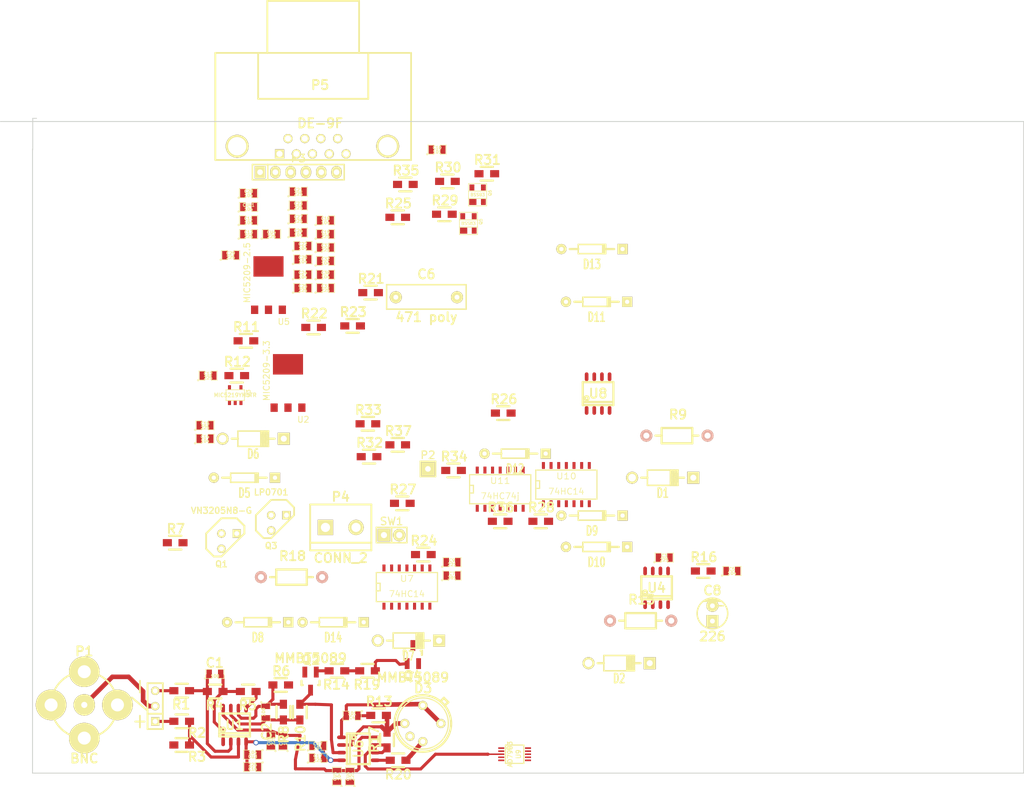
<source format=kicad_pcb>
(kicad_pcb (version 20221018) (generator pcbnew)
  (title_block (date "15 nov 2012"))
  (layers (0 "F.Cu" signal) (31 "B.Cu" signal) (34 "B.Paste" user) (35 "F.Paste" user) (36 "B.SilkS" user) (37 "F.SilkS" user) (38 "B.Mask" user) (39 "F.Mask" user) (44 "Edge.Cuts" user))
  (net 0 "")
  (net 1 "Net-(C1-Pad1)")
  (net 2 "Net-(C1-Pad2)")
  (net 3 "Net-(C2-Pad1)")
  (net 4 "Net-(C2-Pad2)")
  (net 5 "GND")
  (net 6 "Net-(C3-Pad2)")
  (net 7 "Net-(C4-Pad1)")
  (net 8 "Net-(C4-Pad2)")
  (net 9 "Net-(C5-Pad1)")
  (net 10 "Net-(C6-Pad1)")
  (net 11 "Net-(C7-Pad2)")
  (net 12 "/REF45")
  (net 13 "Net-(C9-Pad1)")
  (net 14 "Net-(C9-Pad2)")
  (net 15 "Net-(C10-Pad2)")
  (net 16 "+5.25V")
  (net 17 "Net-(C12-Pad2)")
  (net 18 "-0.5V")
  (net 19 "-0.25V")
  (net 20 "+3.3V")
  (net 21 "+2.5V")
  (net 22 "Net-(D1-Pad2)")
  (net 23 "Net-(D3-Pad2)")
  (net 24 "Net-(D3-Pad5)")
  (net 25 "Net-(D3-Pad4)")
  (net 26 "Net-(D5-Pad1)")
  (net 27 "Net-(D5-Pad2)")
  (net 28 "/BATT+")
  (net 29 "Net-(D9-Pad1)")
  (net 30 "Net-(D10-Pad1)")
  (net 31 "Net-(D11-Pad1)")
  (net 32 "/X")
  (net 33 "Net-(D12-Pad1)")
  (net 34 "Net-(D13-Pad1)")
  (net 35 "Net-(D14-Pad1)")
  (net 36 "Net-(K1-Pad1)")
  (net 37 "Net-(K1-Pad2)")
  (net 38 "Net-(K1-Pad3)")
  (net 39 "/TEST")
  (net 40 "/SDO")
  (net 41 "/SCLK")
  (net 42 "/~{CE}")
  (net 43 "/~{REQ}")
  (net 44 "/BATT--")
  (net 45 "Net-(Q1-PadG)")
  (net 46 "Net-(Q5-Pad1)")
  (net 47 "Net-(Q5-Pad3)")
  (net 48 "Net-(Q5-Pad4)")
  (net 49 "Net-(Q6-Pad1)")
  (net 50 "Net-(R2-Pad1)")
  (net 51 "Net-(R5-Pad1)")
  (net 52 "Net-(R17-Pad1)")
  (net 53 "Net-(R22-Pad2)")
  (net 54 "Net-(R26-Pad1)")
  (net 55 "Net-(R27-Pad1)")
  (net 56 "Net-(R27-Pad2)")
  (net 57 "Net-(R28-Pad1)")
  (net 58 "Net-(R28-Pad2)")
  (net 59 "Net-(U3-Pad1)")
  (net 60 "Net-(U4-Pad1)")
  (net 61 "/TEMP")
  (net 62 "Net-(U4-Pad7)")
  (net 63 "Net-(U4-Pad8)")
  (net 64 "Net-(U7-Pad2)")
  (net 65 "Net-(U7-Pad4)")
  (net 66 "Net-(U7-Pad6)")
  (net 67 "Net-(U10-Pad3)")
  (net 68 "Net-(U8-Pad5)")
  (net 69 "Net-(U10-Pad1)")
  (net 70 "Net-(U10-Pad11)")
  (net 71 "Net-(U10-Pad10)")
  (net 72 "Net-(U11-Pad5)")
  (net 73 "Net-(U11-Pad6)")
  (net 74 "Net-(Q2-PadB)")
  (net 75 "Net-(Q2-PadC)")
  (net 76 "Net-(Q4-PadB)")
  (net 77 "Net-(Q4-PadC)")
  (footprint "SMD_Packages:SM0805" (layer "F.Cu") (at 163.1315 186.055)
    (fp_text reference "C1")
    (fp_text value "100")
  )
  (footprint "SMD_Packages:SM0805" (layer "F.Cu") (at 171.577 192.405 -90)
    (fp_text reference "C2")
    (fp_text value "100")
  )
  (footprint "SMD_Packages:SM0805" (layer "F.Cu") (at 237.744 166.751)
    (fp_text reference "C3")
    (fp_text value "225")
  )
  (footprint "SMD_Packages:SM0805" (layer "F.Cu") (at 185.9 193 180)
    (fp_text reference "C4")
    (fp_text value "101")
  )
  (footprint "SMD_Packages:SM0805" (layer "F.Cu") (at 248.9835 168.9735)
    (fp_text reference "C5")
    (fp_text value "104")
  )
  (footprint "Capacitors_ThroughHole:Capacitor13x4RM10" (layer "F.Cu") (at 198.247 123.5075)
    (fp_text reference "C6")
    (fp_text value "471 poly")
  )
  (footprint "SMD_Packages:SM0805" (layer "F.Cu") (at 202.5015 169.7355)
    (fp_text reference "C7")
    (fp_text value "391")
  )
  (footprint "Capacitors:CP_5x6mm" (layer "F.Cu") (at 245.745 176.022)
    (fp_text reference "C8")
    (fp_text value "226")
  )
  (footprint "SMD_Packages:SM0805" (layer "F.Cu") (at 202.5015 167.513)
    (fp_text reference "C9")
    (fp_text value "221")
  )
  (footprint "SMD_Packages:SM0805" (layer "F.Cu") (at 200.025 98.9965)
    (fp_text reference "C10")
    (fp_text value "101")
  )
  (footprint "SMD_Packages:SM0805" (layer "F.Cu") (at 168.7195 110.744)
    (fp_text reference "C11")
    (fp_text value "104")
  )
  (footprint "SMD_Packages:SM0805" (layer "F.Cu") (at 161.9885 136.525)
    (fp_text reference "C12")
    (fp_text value "225")
  )
  (footprint "SMD_Packages:SM0805" (layer "F.Cu") (at 168.7195 113.03)
    (fp_text reference "C13")
    (fp_text value "225")
  )
  (footprint "SMD_Packages:SM0805" (layer "F.Cu") (at 161.4805 147.0025)
    (fp_text reference "C14")
    (fp_text value "104")
  )
  (footprint "SMD_Packages:SM0805" (layer "F.Cu") (at 161.4805 144.78)
    (fp_text reference "C15")
    (fp_text value "225")
  )
  (footprint "SMD_Packages:SM0805" (layer "F.Cu") (at 169.4 201.525 180)
    (fp_text reference "C16")
    (fp_text value "225")
  )
  (footprint "SMD_Packages:SM0805" (layer "F.Cu") (at 180.213 200.025)
    (fp_text reference "C17")
    (fp_text value "225")
  )
  (footprint "SMD_Packages:SM0805" (layer "F.Cu") (at 181.483 110.744)
    (fp_text reference "C18")
    (fp_text value "104")
  )
  (footprint "SMD_Packages:SM0805" (layer "F.Cu") (at 181.483 113.03)
    (fp_text reference "C19")
    (fp_text value "225")
  )
  (footprint "SMD_Packages:SM0805" (layer "F.Cu") (at 177.7365 117.221)
    (fp_text reference "C20")
    (fp_text value "104")
  )
  (footprint "SMD_Packages:SM0805" (layer "F.Cu") (at 176.9745 105.9815)
    (fp_text reference "C21")
    (fp_text value "225")
  )
  (footprint "SMD_Packages:SM0805" (layer "F.Cu") (at 177.7365 114.9985)
    (fp_text reference "C22")
    (fp_text value "104")
  )
  (footprint "SMD_Packages:SM0805" (layer "F.Cu") (at 176.9745 108.2675)
    (fp_text reference "C23")
    (fp_text value "225")
  )
  (footprint "SMD_Packages:SM0805" (layer "F.Cu") (at 177.7365 119.761)
    (fp_text reference "C24")
    (fp_text value "104")
  )
  (footprint "SMD_Packages:SM0805" (layer "F.Cu") (at 177.7365 121.9835)
    (fp_text reference "C25")
    (fp_text value "225")
  )
  (footprint "SMD_Packages:SM0805" (layer "F.Cu") (at 176.9745 112.776)
    (fp_text reference "C26")
    (fp_text value "104")
  )
  (footprint "SMD_Packages:SM0805" (layer "F.Cu") (at 176.9745 110.49)
    (fp_text reference "C27")
    (fp_text value "225")
  )
  (footprint "SMD_Packages:SM0805" (layer "F.Cu") (at 168.7195 106.2355)
    (fp_text reference "C28")
    (fp_text value "104")
  )
  (footprint "SMD_Packages:SM0805" (layer "F.Cu") (at 165.735 116.5225)
    (fp_text reference "C29")
    (fp_text value "225")
  )
  (footprint "SMD_Packages:SM0805" (layer "F.Cu") (at 181.483 119.761)
    (fp_text reference "C30")
    (fp_text value "104")
  )
  (footprint "SMD_Packages:SM0805" (layer "F.Cu") (at 181.483 121.9835)
    (fp_text reference "C31")
    (fp_text value "225")
  )
  (footprint "SMD_Packages:SM0805" (layer "F.Cu") (at 181.483 117.475)
    (fp_text reference "C32")
    (fp_text value "104")
  )
  (footprint "SMD_Packages:SM0805" (layer "F.Cu") (at 181.483 115.2525)
    (fp_text reference "C33")
    (fp_text value "225")
  )
  (footprint "SMD_Packages:SM0805" (layer "F.Cu") (at 169.4 199.475 180)
    (fp_text reference "CU3")
    (fp_text value "104")
  )
  (footprint "SMD_Packages:SM0805" (layer "F.Cu") (at 172.5295 113.03)
    (fp_text reference "CU4")
    (fp_text value "225")
  )
  (footprint "SMD_Packages:SM0805" (layer "F.Cu") (at 183.388 203.073 90)
    (fp_text reference "CU5")
    (fp_text value "104")
  )
  (footprint "SMD_Packages:SM0805" (layer "F.Cu") (at 185.547 203.073 90)
    (fp_text reference "CU6")
    (fp_text value "225")
  )
  (footprint "SMD_Packages:SM0805" (layer "F.Cu") (at 180.213 197.993)
    (fp_text reference "CU7")
    (fp_text value "104")
  )
  (footprint "SMD_Packages:SM0805" (layer "F.Cu") (at 168.7195 108.5215)
    (fp_text reference "CU41")
    (fp_text value "104")
  )
  (footprint "Diodes_ThroughHole:Diode_DO-41_SOD81_Horizontal_RM10" (layer "F.Cu") (at 237.49 153.4795)
    (fp_text reference "D1")
    (fp_text value "1N5819" hide)
  )
  (footprint "Diodes_ThroughHole:Diode_DO-41_SOD81_Horizontal_RM10" (layer "F.Cu") (at 230.251 184.277)
    (fp_text reference "D2")
    (fp_text value "1N5819" hide)
  )
  (footprint "111kicad-jerry:TO-78_Housing_5Pin" (layer "F.Cu") (at 197.612 194.183 90)
    (fp_text reference "D3")
    (fp_text value "DPAD1" hide)
  )
  (footprint "Diodes_ThroughHole:Diode_DO-35_SOD27_Horizontal_RM10" (layer "F.Cu") (at 168.021 153.4795)
    (fp_text reference "D5")
    (fp_text value "6.2V" hide)
  )
  (footprint "Diodes_ThroughHole:Diode_DO-41_SOD81_Horizontal_RM10" (layer "F.Cu") (at 169.4815 147.0025)
    (fp_text reference "D6")
    (fp_text value "1N4007" hide)
  )
  (footprint "Diodes_ThroughHole:Diode_DO-41_SOD81_Horizontal_RM10" (layer "F.Cu") (at 195.2625 180.5305)
    (fp_text reference "D7")
    (fp_text value "1N4007" hide)
  )
  (footprint "Diodes_ThroughHole:Diode_DO-35_SOD27_Horizontal_RM10" (layer "F.Cu") (at 170.2435 177.4825)
    (fp_text reference "D8")
    (fp_text value "1N4148" hide)
  )
  (footprint "Diodes_ThroughHole:Diode_DO-35_SOD27_Horizontal_RM10" (layer "F.Cu") (at 225.7425 159.766)
    (fp_text reference "D9")
    (fp_text value "1N4148" hide)
  )
  (footprint "Diodes_ThroughHole:Diode_DO-35_SOD27_Horizontal_RM10" (layer "F.Cu") (at 226.5045 164.973)
    (fp_text reference "D10")
    (fp_text value "1N4148" hide)
  )
  (footprint "Diodes_ThroughHole:Diode_DO-35_SOD27_Horizontal_RM10" (layer "F.Cu") (at 226.5045 124.2695)
    (fp_text reference "D11")
    (fp_text value "1N4148" hide)
  )
  (footprint "Diodes_ThroughHole:Diode_DO-35_SOD27_Horizontal_RM10" (layer "F.Cu") (at 212.979 149.479)
    (fp_text reference "D12")
    (fp_text value "1N4148" hide)
  )
  (footprint "Diodes_ThroughHole:Diode_DO-35_SOD27_Horizontal_RM10" (layer "F.Cu") (at 225.7425 115.5065)
    (fp_text reference "D13")
    (fp_text value "1N4148" hide)
  )
  (footprint "Diodes_ThroughHole:Diode_DO-35_SOD27_Horizontal_RM10" (layer "F.Cu") (at 182.753 177.4825)
    (fp_text reference "D14")
    (fp_text value "1N4148" hide)
  )
  (footprint "Connect:SIL-3" (layer "F.Cu") (at 153.21 191.41 90)
    (fp_text reference "+/-")
    (fp_text value "CONN_3" hide)
  )
  (footprint "111kicad-jerry:bnc-rocket" (layer "F.Cu") (at 141.43 191.21)
    (fp_text reference "P1")
    (fp_text value "BNC")
  )
  (footprint "111kicad-jerry:testpin037" (layer "F.Cu") (at 198.501 152.019)
    (fp_text reference "P2")
    (fp_text value "CONN_1" hide)
  )
  (footprint "111kicad-jerry:6x1pin037" (layer "F.Cu") (at 176.9745 102.743)
    (fp_text reference "P3")
    (fp_text value "CONN_6" hide)
  )
  (footprint "Connect:bornier2" (layer "F.Cu") (at 184.023 161.7345)
    (fp_text reference "P4")
    (fp_text value "CONN_2")
  )
  (footprint "111kicad-jerry:DB9FC" (layer "F.Cu") (at 179.32 98.43)
    (fp_text reference "P5")
    (fp_text value "DE-9F")
  )
  (footprint "Discret:TO92DGS" (layer "F.Cu") (at 165.481 164.0205)
    (fp_text reference "Q1")
    (fp_text value "VN3205N8-G")
  )
  (footprint "Housings_SOT-23_SOT-143_TSOT-6:SOT23_Transistor_BC846_Handsoldering_RevB_14Mar2014" (layer "F.Cu") (at 179.0065 187.2615 180)
    (fp_text reference "Q2")
    (fp_text value "MMBT5089")
  )
  (footprint "Discret:TO92DGS" (layer "F.Cu") (at 173.736 160.9725)
    (fp_text reference "Q3")
    (fp_text value "LP0701")
  )
  (footprint "Transistors_SMD:sot143B" (layer "F.Cu") (at 205.232 111.252)
    (fp_text reference "Q5")
    (fp_text value "BSS83")
  )
  (footprint "Transistors_SMD:sot143B" (layer "F.Cu") (at 206.756 106.4895)
    (fp_text reference "Q6")
    (fp_text value "BSS83")
  )
  (footprint "Resistors_SMD:Resistor_SMD0805_HandSoldering" (layer "F.Cu") (at 157.61 188.85 180)
    (fp_text reference "R1")
    (fp_text value "30K" hide)
  )
  (footprint "Resistors_SMD:Resistor_SMD0805_HandSoldering" (layer "F.Cu") (at 157.61 193.93 180)
    (fp_text reference "R2")
    (fp_text value "3K" hide)
  )
  (footprint "Resistors_SMD:Resistor_SMD0805_HandSoldering" (layer "F.Cu") (at 157.607 197.866)
    (fp_text reference "R3")
    (fp_text value "27K" hide)
  )
  (footprint "Resistors_SMD:Resistor_SMD0805_HandSoldering" (layer "F.Cu") (at 163.17 188.98 180)
    (fp_text reference "R4")
    (fp_text value "27K" hide)
  )
  (footprint "Resistors_SMD:Resistor_SMD0805_HandSoldering" (layer "F.Cu") (at 168.66 188.98 180)
    (fp_text reference "R5")
    (fp_text value "240" hide)
  )
  (footprint "Resistors_SMD:Resistor_SMD0805_HandSoldering" (layer "F.Cu") (at 174.0535 187.8965)
    (fp_text reference "R6")
    (fp_text value "100" hide)
  )
  (footprint "Resistors_SMD:Resistor_SMD0805_HandSoldering" (layer "F.Cu") (at 156.5275 164.2745)
    (fp_text reference "R7")
    (fp_text value "22M" hide)
  )
  (footprint "Resistors_SMD:Resistor_SMD0805_HandSoldering" (layer "F.Cu") (at 174.498 192.405 90)
    (fp_text reference "R8")
    (fp_text value "1K" hide)
  )
  (footprint "Resistors_ThroughHole:Resistor_Horizontal_RM10mm" (layer "F.Cu") (at 239.776 146.4945)
    (fp_text reference "R9")
    (fp_text value "10-30 for -.5V" hide)
  )
  (footprint "Resistors_SMD:Resistor_SMD0805_HandSoldering" (layer "F.Cu") (at 177.2285 192.405 -90)
    (fp_text reference "R10")
    (fp_text value "1K" hide)
  )
  (footprint "Resistors_SMD:Resistor_SMD0805_HandSoldering" (layer "F.Cu") (at 168.275 130.7465)
    (fp_text reference "R11")
    (fp_text value "422705" hide)
  )
  (footprint "Resistors_SMD:Resistor_SMD0805_HandSoldering" (layer "F.Cu") (at 166.751 136.525)
    (fp_text reference "R12")
    (fp_text value "100K" hide)
  )
  (footprint "Resistors_SMD:Resistor_SMD0805_HandSoldering" (layer "F.Cu") (at 190.304 192.9495)
    (fp_text reference "R13")
    (fp_text value "200" hide)
  )
  (footprint "Resistors_SMD:Resistor_SMD0805_HandSoldering" (layer "F.Cu") (at 183.388 185.547 180)
    (fp_text reference "R14")
    (fp_text value "1K" hide)
  )
  (footprint "Resistors_ThroughHole:Resistor_Horizontal_RM10mm" (layer "F.Cu") (at 233.7435 177.2285)
    (fp_text reference "R15")
    (fp_text value "SEL O.S." hide)
  )
  (footprint "Resistors_SMD:Resistor_SMD0805_HandSoldering" (layer "F.Cu") (at 244.221 168.9735)
    (fp_text reference "R16")
    (fp_text value "1k" hide)
  )
  (footprint "Resistors_SMD:Resistor_SMD0805_HandSoldering" (layer "F.Cu") (at 191.7065 197.0405 90)
    (fp_text reference "R17")
    (fp_text value "1K" hide)
  )
  (footprint "Resistors_ThroughHole:Resistor_Horizontal_RM10mm" (layer "F.Cu") (at 175.768 169.9895)
    (fp_text reference "R18")
    (fp_text value "SEL FOR LOWBATT SHUTOFF" hide)
  )
  (footprint "Resistors_SMD:Resistor_SMD0805_HandSoldering" (layer "F.Cu") (at 188.468 185.547 180)
    (fp_text reference "R19")
    (fp_text value "1K" hide)
  )
  (footprint "Resistors_SMD:Resistor_SMD0805_HandSoldering" (layer "F.Cu") (at 193.548 200.406 180)
    (fp_text reference "R20")
    (fp_text value "47" hide)
  )
  (footprint "Resistors_SMD:Resistor_SMD0805_HandSoldering" (layer "F.Cu") (at 188.976 122.7455)
    (fp_text reference "R21")
    (fp_text value "47" hide)
  )
  (footprint "Resistors_SMD:Resistor_SMD0805_HandSoldering" (layer "F.Cu") (at 179.5145 128.524)
    (fp_text reference "R22")
    (fp_text value "10k" hide)
  )
  (footprint "Resistors_SMD:Resistor_SMD0805_HandSoldering" (layer "F.Cu") (at 185.9915 128.27)
    (fp_text reference "R23")
    (fp_text value "47" hide)
  )
  (footprint "Resistors_SMD:Resistor_SMD0805_HandSoldering" (layer "F.Cu") (at 197.739 166.243)
    (fp_text reference "R24")
    (fp_text value "10k" hide)
  )
  (footprint "Resistors_SMD:Resistor_SMD0805_HandSoldering" (layer "F.Cu") (at 193.4845 110.236)
    (fp_text reference "R25")
    (fp_text value "3K" hide)
  )
  (footprint "Resistors_SMD:Resistor_SMD0805_HandSoldering" (layer "F.Cu") (at 211.0105 142.748)
    (fp_text reference "R26")
    (fp_text value "200" hide)
  )
  (footprint "Resistors_SMD:Resistor_SMD0805_HandSoldering" (layer "F.Cu") (at 194.2465 157.734)
    (fp_text reference "R27")
    (fp_text value "200" hide)
  )
  (footprint "Resistors_SMD:Resistor_SMD0805_HandSoldering" (layer "F.Cu") (at 217.2335 160.7185)
    (fp_text reference "R28")
    (fp_text value "200" hide)
  )
  (footprint "Resistors_SMD:Resistor_SMD0805_HandSoldering" (layer "F.Cu") (at 201.2315 109.728)
    (fp_text reference "R29")
    (fp_text value "1M" hide)
  )
  (footprint "Resistors_SMD:Resistor_SMD0805_HandSoldering" (layer "F.Cu") (at 201.7395 104.267)
    (fp_text reference "R30")
    (fp_text value "1k" hide)
  )
  (footprint "Resistors_SMD:Resistor_SMD0805_HandSoldering" (layer "F.Cu") (at 208.28 102.997)
    (fp_text reference "R31")
    (fp_text value "1M" hide)
  )
  (footprint "Resistors_SMD:Resistor_SMD0805_HandSoldering" (layer "F.Cu") (at 188.722 149.987)
    (fp_text reference "R32")
    (fp_text value "100" hide)
  )
  (footprint "Resistors_SMD:Resistor_SMD0805_HandSoldering" (layer "F.Cu") (at 188.5315 144.526)
    (fp_text reference "R33")
    (fp_text value "100" hide)
  )
  (footprint "Resistors_SMD:Resistor_SMD0805_HandSoldering" (layer "F.Cu") (at 202.7555 152.273)
    (fp_text reference "R34")
    (fp_text value "10k" hide)
  )
  (footprint "Resistors_SMD:Resistor_SMD0805_HandSoldering" (layer "F.Cu") (at 194.7545 104.775)
    (fp_text reference "R35")
    (fp_text value "100" hide)
  )
  (footprint "Resistors_SMD:Resistor_SMD0805_HandSoldering" (layer "F.Cu") (at 210.5025 160.7185)
    (fp_text reference "R36")
    (fp_text value "10K" hide)
  )
  (footprint "Resistors_SMD:Resistor_SMD0805_HandSoldering" (layer "F.Cu") (at 193.4845 148.0185)
    (fp_text reference "R37")
    (fp_text value "100" hide)
  )
  (footprint "Pin_Headers:Pin_Header_Straight_1x02" (layer "F.Cu") (at 192.4685 163.0045)
    (fp_text reference "SW1")
    (fp_text value "ONOFF" hide)
  )
  (footprint "Power_Integrations:SO-8" (layer "F.Cu") (at 166.4 194.54)
    (fp_text reference "U1")
    (fp_text value "OPA2365" hide)
  )
  (footprint "111kicad-jerry:SOT-223-3" (layer "F.Cu") (at 175.26 138.7475)
    (fp_text reference "U2")
    (fp_text value "MIC5209-3.3")
  )
  (footprint "SMD_Packages:SOT23-5" (layer "F.Cu") (at 166.497 139.7635)
    (fp_text reference "U3")
    (fp_text value "MIC5219YM5TR")
  )
  (footprint "Power_Integrations:SO-8" (layer "F.Cu") (at 236.474 171.7675)
    (fp_text reference "U4")
    (fp_text value "REF5045" hide)
  )
  (footprint "111kicad-jerry:SOT-223-3" (layer "F.Cu") (at 172.0215 122.4915)
    (fp_text reference "U5")
    (fp_text value "MIC5209-2.5")
  )
  (footprint "Power_Integrations:SO-8" (layer "F.Cu") (at 186.944 198.501 -90)
    (fp_text reference "U6")
    (fp_text value "OPA2365" hide)
  )
  (footprint "SMD_Packages:SO14N" (layer "F.Cu") (at 195.0085 171.5135)
    (fp_text reference "U7")
    (fp_text value "74HC14")
  )
  (footprint "Power_Integrations:SO-8" (layer "F.Cu") (at 226.7585 139.5095)
    (fp_text reference "U8")
    (fp_text value "LM311N" hide)
  )
  (footprint "SMD_Packages:MSOP10-0.5" (layer "F.Cu") (at 212.9 199.4 -90)
    (fp_text reference "U9")
    (fp_text value "AD7983")
  )
  (footprint "SMD_Packages:SO14N" (layer "F.Cu") (at 221.488 154.4955)
    (fp_text reference "U10")
    (fp_text value "74HC14")
  )
  (footprint "SMD_Packages:SO14N" (layer "F.Cu") (at 210.5025 155.2575)
    (fp_text reference "U11")
    (fp_text value "74HC74j")
  )
  (footprint "SMD_Packages:SM0805" (layer "F.Cu") (at 172.425 197.225 90)
    (fp_text reference "CU2")
    (fp_text value "225")
  )
  (footprint "SMD_Packages:SM0805" (layer "F.Cu") (at 174.425 197.225 90)
    (fp_text reference "CU1")
    (fp_text value "104")
  )
  (footprint "Housings_SOT-23_SOT-143_TSOT-6:SOT23_Transistor_BC846_Handsoldering_RevB_14Mar2014" (layer "F.Cu") (at 196 182.85)
    (fp_text reference "Q4")
    (fp_text value "MMBT5089")
  )
  (gr_line (start 127.51 94.33) (end 297.43 94.33) (stroke (width 0.15)) (layer "Edge.Cuts"))
  (gr_line (start 132.87 93.8) (end 133.5 93.8) (stroke (width 0.15)) (layer "Edge.Cuts"))
  (gr_line (start 132.87 99.03) (end 132.87 93.8) (stroke (width 0.15)) (layer "Edge.Cuts"))
  (gr_line (start 297.43 202.54) (end 132.84 202.54) (stroke (width 0.15)) (layer "Edge.Cuts"))
  (gr_line (start 132.84 202.54) (end 132.84 98.9) (stroke (width 0.15)) (layer "Edge.Cuts"))
  (gr_line (start 297.43 94.33) (end 297.43 202.54) (stroke (width 0.15)) (layer "Edge.Cuts"))
  (segment (start 161.73952 188.85) (end 161.86952 188.98) (width 0.508) (layer "F.Cu") (net 1))
  (segment (start 161.86952 197.63952) (end 163.14 198.91) (width 0.508) (layer "F.Cu") (net 1))
  (segment (start 163.14 198.91) (end 165.35 198.91) (width 0.508) (layer "F.Cu") (net 1))
  (segment (start 165.35 198.91) (end 165.765 198.495) (width 0.508) (layer "F.Cu") (net 1))
  (segment (start 165.765 198.495) (end 165.765 197.334) (width 0.508) (layer "F.Cu") (net 1))
  (segment (start 161.86952 186.36448) (end 161.86952 188.98) (width 0.508) (layer "F.Cu") (net 1))
  (segment (start 162.179 186.055) (end 161.86952 186.36448) (width 0.508) (layer "F.Cu") (net 1))
  (segment (start 158.91048 188.85) (end 161.73952 188.85) (width 0.508) (layer "F.Cu") (net 1))
  (segment (start 161.86952 188.98) (end 161.86952 197.63952) (width 0.508) (layer "F.Cu") (net 1))
  (segment (start 163.02 194.05) (end 163.02 190.43048) (width 0.508) (layer "F.Cu") (net 2))
  (segment (start 163.02 190.43048) (end 164.47048 188.98) (width 0.508) (layer "F.Cu") (net 2))
  (segment (start 164.47048 186.44148) (end 164.47048 188.98) (width 0.508) (layer "F.Cu") (net 2))
  (segment (start 164.084 186.055) (end 164.47048 186.44148) (width 0.508) (layer "F.Cu") (net 2))
  (segment (start 164.495 197.334) (end 164.495 195.525) (width 0.508) (layer "F.Cu") (net 2))
  (segment (start 164.495 195.525) (end 163.02 194.05) (width 0.508) (layer "F.Cu") (net 2))
  (segment (start 164.47048 188.98) (end 167.35952 188.98) (width 0.508) (layer "F.Cu") (net 2))
  (segment (start 167.035 192.943) (end 167.513 193.421) (width 0.508) (layer "F.Cu") (net 3))
  (segment (start 167.513 193.421) (end 169.545 193.421) (width 0.508) (layer "F.Cu") (net 3))
  (segment (start 169.545 193.421) (end 169.926 193.04) (width 0.508) (layer "F.Cu") (net 3))
  (segment (start 169.926 193.04) (end 169.926 191.897) (width 0.508) (layer "F.Cu") (net 3))
  (segment (start 169.926 191.897) (end 170.3705 191.4525) (width 0.508) (layer "F.Cu") (net 3))
  (segment (start 170.3705 191.4525) (end 171.577 191.4525) (width 0.508) (layer "F.Cu") (net 3))
  (segment (start 172.75302 190.27648) (end 172.75302 187.8965) (width 0.508) (layer "F.Cu") (net 3))
  (segment (start 171.92498 191.10452) (end 174.498 191.10452) (width 0.508) (layer "F.Cu") (net 3))
  (segment (start 171.577 191.4525) (end 172.75302 190.27648) (width 0.508) (layer "F.Cu") (net 3))
  (segment (start 171.577 191.4525) (end 171.92498 191.10452) (width 0.508) (layer "F.Cu") (net 3))
  (segment (start 167.035 191.746) (end 167.035 192.943) (width 0.508) (layer "F.Cu") (net 3))
  (segment (start 165.79 192.94) (end 165.79 191.771) (width 0.508) (layer "F.Cu") (net 4))
  (segment (start 165.79 192.94) (end 167.2235 194.3735) (width 0.508) (layer "F.Cu") (net 4))
  (segment (start 167.2235 194.3735) (end 170.8785 194.3735) (width 0.508) (layer "F.Cu") (net 4))
  (segment (start 171.577 193.675) (end 171.577 193.3575) (width 0.508) (layer "F.Cu") (net 4))
  (segment (start 171.92498 193.70548) (end 174.498 193.70548) (width 0.508) (layer "F.Cu") (net 4))
  (segment (start 177.2285 193.70548) (end 174.498 193.70548) (width 0.508) (layer "F.Cu") (net 4))
  (segment (start 171.577 193.675) (end 170.8785 194.3735) (width 0.508) (layer "F.Cu") (net 4))
  (segment (start 165.765 191.746) (end 165.79 191.771) (width 0.508) (layer "F.Cu") (net 4))
  (segment (start 171.577 193.3575) (end 171.92498 193.70548) (width 0.508) (layer "F.Cu") (net 4))
  (segment (start 188.95302 193) (end 186.8525 193) (width 0.508) (layer "F.Cu") (net 7))
  (segment (start 189.00352 192.9495) (end 188.95302 193) (width 0.508) (layer "F.Cu") (net 7))
  (segment (start 189.5475 191.1985) (end 197.4255 191.0715) (width 0.762) (layer "F.Cu") (net 8))
  (segment (start 197.4255 191.0715) (end 197.6495 191.2955) (width 0.508) (layer "F.Cu") (net 8))
  (segment (start 184.15 193.7975) (end 184.15 196.596) (width 0.508) (layer "F.Cu") (net 8))
  (segment (start 184.9475 191.3525) (end 185.1015 191.1985) (width 0.508) (layer "F.Cu") (net 8))
  (segment (start 185.1015 191.1985) (end 189.5475 191.1985) (width 0.508) (layer "F.Cu") (net 8))
  (segment (start 184.9475 193) (end 184.15 193.7975) (width 0.508) (layer "F.Cu") (net 8))
  (segment (start 184.9475 193) (end 184.9475 191.3525) (width 0.508) (layer "F.Cu") (net 8))
  (segment (start 197.6495 191.2955) (end 200.6495 194.2955) (width 0.762) (layer "F.Cu") (net 8))
  (segment (start 192.24752 200.406) (end 189.738 200.406) (width 0.508) (layer "F.Cu") (net 10))
  (segment (start 164.495 192.955) (end 166.9295 195.3895) (width 0.508) (layer "F.Cu") (net 16))
  (segment (start 187.554 196.596) (end 187.05 197.1) (width 0.508) (layer "F.Cu") (net 16))
  (segment (start 187.05 197.1) (end 187.05 201.803) (width 0.508) (layer "F.Cu") (net 16))
  (segment (start 171.3 195.3895) (end 171.323 195.3895) (width 0.508) (layer "F.Cu") (net 16))
  (segment (start 172.067 195.3895) (end 174.425 196.2725) (width 0.508) (layer "F.Cu") (net 16))
  (segment (start 171.775 195.3895) (end 172.067 195.3895) (width 0.508) (layer "F.Cu") (net 16))
  (segment (start 172.425 196.0645) (end 172.425 196.2725) (width 0.508) (layer "F.Cu") (net 16))
  (segment (start 177.2725 196.2725) (end 176.497 200.277) (width 0.508) (layer "F.Cu") (net 16))
  (segment (start 176.497 200.277) (end 176.497 201.827) (width 0.508) (layer "F.Cu") (net 16))
  (segment (start 176.497 201.827) (end 181.3 201.85) (width 0.508) (layer "F.Cu") (net 16))
  (segment (start 187.05 201.803) (end 187.05 201.85) (width 0.508) (layer "F.Cu") (net 16))
  (segment (start 181.5705 202.1205) (end 181.3 201.85) (width 0.508) (layer "F.Cu") (net 16))
  (segment (start 183.388 202.1205) (end 181.5705 202.1205) (width 0.508) (layer "F.Cu") (net 16))
  (segment (start 186.7325 202.1205) (end 187.05 201.803) (width 0.508) (layer "F.Cu") (net 16))
  (segment (start 187.554 196.596) (end 189.738 196.596) (width 0.508) (layer "F.Cu") (net 16))
  (segment (start 166.9295 195.3895) (end 171.3 195.3895) (width 0.508) (layer "F.Cu") (net 16))
  (segment (start 174.425 196.2725) (end 177.2725 196.2725) (width 0.508) (layer "F.Cu") (net 16))
  (segment (start 164.495 191.746) (end 164.495 192.955) (width 0.508) (layer "F.Cu") (net 16))
  (segment (start 171.3 195.3895) (end 171.775 195.3895) (width 0.508) (layer "F.Cu") (net 16))
  (segment (start 185.547 202.1205) (end 186.7325 202.1205) (width 0.508) (layer "F.Cu") (net 16))
  (segment (start 185.547 202.1205) (end 183.388 202.1205) (width 0.508) (layer "F.Cu") (net 16))
  (segment (start 171.775 195.3895) (end 172.425 196.0645) (width 0.508) (layer "F.Cu") (net 16))
  (segment (start 168.305 199.3325) (end 168.305 197.334) (width 0.508) (layer "F.Cu") (net 19))
  (segment (start 182.356 200.406) (end 182.35 200.4) (width 0.508) (layer "F.Cu") (net 19))
  (segment (start 169.95 197.475) (end 169.809 197.334) (width 0.508) (layer "F.Cu") (net 19))
  (segment (start 169.809 197.334) (end 168.305 197.334) (width 0.508) (layer "F.Cu") (net 19))
  (segment (start 181.5405 200.4) (end 181.1655 200.025) (width 0.508) (layer "F.Cu") (net 19))
  (segment (start 181.1655 200.025) (end 181.1655 197.993) (width 0.508) (layer "F.Cu") (net 19))
  (segment (start 184.15 200.406) (end 182.356 200.406) (width 0.508) (layer "F.Cu") (net 19))
  (segment (start 168.4475 199.475) (end 168.305 199.3325) (width 0.508) (layer "F.Cu") (net 19))
  (segment (start 168.4475 199.475) (end 168.4475 201.525) (width 0.508) (layer "F.Cu") (net 19))
  (segment (start 182.35 200.4) (end 181.5405 200.4) (width 0.508) (layer "F.Cu") (net 19))
  (via (at 169.95 197.475) (size 0.9) (drill 0.6) (layers "F.Cu" "B.Cu") (net 19))
  (via (at 182.35 200.4) (size 0.9) (drill 0.6) (layers "F.Cu" "B.Cu") (net 19))
  (segment (start 182.35 200.4) (end 179.425 197.475) (width 0.508) (layer "B.Cu") (net 19))
  (segment (start 179.425 197.475) (end 169.95 197.475) (width 0.508) (layer "B.Cu") (net 19))
  (segment (start 186.055 196.596) (end 186.055 197.6755) (width 0.508) (layer "F.Cu") (net 23))
  (segment (start 186.055 197.6755) (end 185.8645 197.866) (width 0.508) (layer "F.Cu") (net 23))
  (segment (start 184.15 197.866) (end 185.8645 197.866) (width 0.508) (layer "F.Cu") (net 23))
  (segment (start 193.15102 194.2955) (end 194.6495 194.2955) (width 0.762) (layer "F.Cu") (net 23))
  (segment (start 187.801 194.85) (end 190.81648 194.85) (width 0.508) (layer "F.Cu") (net 23))
  (segment (start 190.81648 194.85) (end 191.7065 195.74002) (width 0.762) (layer "F.Cu") (net 23))
  (segment (start 191.7065 193.05152) (end 191.7065 195.74002) (width 0.762) (layer "F.Cu") (net 23))
  (segment (start 191.60448 192.9495) (end 191.7065 193.05152) (width 0.508) (layer "F.Cu") (net 23))
  (segment (start 186.055 196.596) (end 187.801 194.85) (width 0.508) (layer "F.Cu") (net 23))
  (segment (start 191.7065 195.74002) (end 193.15102 194.2955) (width 0.762) (layer "F.Cu") (net 23))
  (segment (start 195.6175 199.63698) (end 194.84848 200.406) (width 0.762) (layer "F.Cu") (net 24))
  (segment (start 197.6495 197.2955) (end 195.6175 199.63698) (width 0.762) (layer "F.Cu") (net 24))
  (segment (start 184.68848 185.547) (end 187.16752 185.547) (width 0.508) (layer "F.Cu") (net 32))
  (segment (start 156.28952 193.95) (end 156.30952 193.93) (width 0.508) (layer "F.Cu") (net 36))
  (segment (start 153.21 193.95) (end 156.28952 193.95) (width 0.508) (layer "F.Cu") (net 36))
  (segment (start 152.11 191.41) (end 151.2 190.5) (width 0.762) (layer "F.Cu") (net 37))
  (segment (start 151.2 190.5) (end 151.2 188.95) (width 0.762) (layer "F.Cu") (net 37))
  (segment (start 151.2 188.95) (end 148.8 186.55) (width 0.762) (layer "F.Cu") (net 37))
  (segment (start 148.8 186.55) (end 146.09 186.55) (width 0.762) (layer "F.Cu") (net 37))
  (segment (start 146.09 186.55) (end 141.43 191.21) (width 0.762) (layer "F.Cu") (net 37))
  (segment (start 153.21 191.41) (end 152.11 191.41) (width 0.762) (layer "F.Cu") (net 37))
  (segment (start 153.23 188.85) (end 153.21 188.87) (width 0.508) (layer "F.Cu") (net 38))
  (segment (start 156.30952 188.85) (end 153.23 188.85) (width 0.508) (layer "F.Cu") (net 38))
  (segment (start 158.91048 196.29048) (end 162.49 199.87) (width 0.508) (layer "F.Cu") (net 50))
  (segment (start 162.49 199.87) (end 167.03 199.87) (width 0.508) (layer "F.Cu") (net 50))
  (segment (start 167.03 199.87) (end 167.035 199.865) (width 0.508) (layer "F.Cu") (net 50))
  (segment (start 167.035 199.865) (end 167.035 197.334) (width 0.508) (layer "F.Cu") (net 50))
  (segment (start 158.90748 193.933) (end 158.91048 193.93) (width 0.508) (layer "F.Cu") (net 50))
  (segment (start 158.91048 193.93) (end 158.91048 196.29048) (width 0.508) (layer "F.Cu") (net 50))
  (segment (start 158.90748 197.866) (end 158.90748 193.933) (width 0.508) (layer "F.Cu") (net 50))
  (segment (start 169.96048 190.09052) (end 169.96048 188.98) (width 0.508) (layer "F.Cu") (net 51))
  (segment (start 168.305 191.746) (end 169.96048 190.09052) (width 0.508) (layer "F.Cu") (net 51))
  (segment (start 191.23152 197.866) (end 189.738 197.866) (width 0.508) (layer "F.Cu") (net 52))
  (segment (start 190.91148 199.136) (end 191.7065 198.34098) (width 0.508) (layer "F.Cu") (net 52))
  (segment (start 189.738 197.912) (end 188.1 199.55) (width 0.508) (layer "F.Cu") (net 52))
  (segment (start 188.1 199.55) (end 188.1 201.4) (width 0.508) (layer "F.Cu") (net 52))
  (segment (start 188.1 201.4) (end 188.55 201.85) (width 0.508) (layer "F.Cu") (net 52))
  (segment (start 188.55 201.85) (end 197.3 201.85) (width 0.508) (layer "F.Cu") (net 52))
  (segment (start 197.3 201.85) (end 199.75 199.4) (width 0.508) (layer "F.Cu") (net 52))
  (segment (start 199.75 199.4) (end 208.4 199.4) (width 0.508) (layer "F.Cu") (net 52))
  (segment (start 208.4 199.4) (end 208.5 199.4) (width 0.508) (layer "F.Cu") (net 52))
  (segment (start 189.738 197.866) (end 189.738 197.912) (width 0.508) (layer "F.Cu") (net 52))
  (segment (start 189.738 199.136) (end 189.738 197.866) (width 0.508) (layer "F.Cu") (net 52))
  (segment (start 208.4 199.4) (end 210.6775 199.4) (width 0.254) (layer "F.Cu") (net 52))
  (segment (start 189.738 199.136) (end 190.91148 199.136) (width 0.508) (layer "F.Cu") (net 52))
  (segment (start 191.7065 198.34098) (end 191.23152 197.866) (width 0.508) (layer "F.Cu") (net 52))
  (segment (start 180.16986 185.547) (end 182.08752 185.547) (width 0.508) (layer "F.Cu") (net 74))
  (segment (start 179.9565 185.76036) (end 180.16986 185.547) (width 0.508) (layer "F.Cu") (net 74))
  (segment (start 179.0065 189.32652) (end 179.0065 188.76264) (width 0.508) (layer "F.Cu") (net 75))
  (segment (start 179.80452 191.10452) (end 182.475 191.2) (width 0.508) (layer "F.Cu") (net 75))
  (segment (start 182.475 191.2) (end 182.475 196.975) (width 0.508) (layer "F.Cu") (net 75))
  (segment (start 182.475 196.975) (end 182.753 199.136) (width 0.508) (layer "F.Cu") (net 75))
  (segment (start 182.753 199.136) (end 184.15 199.136) (width 0.508) (layer "F.Cu") (net 75))
  (segment (start 177.2285 191.10452) (end 179.0065 189.32652) (width 0.508) (layer "F.Cu") (net 75))
  (segment (start 177.2285 191.10452) (end 179.80452 191.10452) (width 0.508) (layer "F.Cu") (net 75))
  (segment (start 189.76848 184.11952) (end 190.0555 183.8325) (width 0.508) (layer "F.Cu") (net 76))
  (segment (start 190.0555 183.8325) (end 193.167 183.8325) (width 0.508) (layer "F.Cu") (net 76))
  (segment (start 193.167 183.8325) (end 193.7995 184.465) (width 0.508) (layer "F.Cu") (net 76))
  (segment (start 193.7995 184.465) (end 195.05 184.35114) (width 0.508) (layer "F.Cu") (net 76))
  (segment (start 189.76848 185.547) (end 189.76848 184.11952) (width 0.508) (layer "F.Cu") (net 76))
)
</source>
